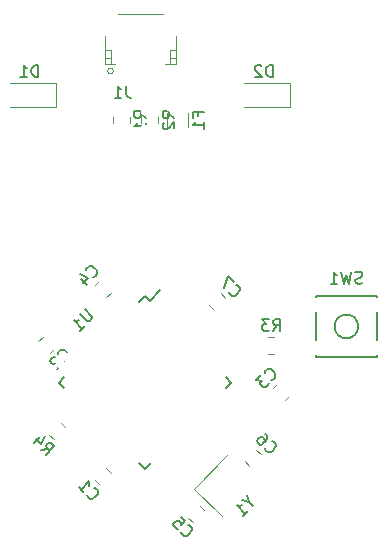
<source format=gbo>
G04 #@! TF.GenerationSoftware,KiCad,Pcbnew,(5.1.4)-1*
G04 #@! TF.CreationDate,2023-02-06T19:17:43+01:00*
G04 #@! TF.ProjectId,Keypad PCB,4b657970-6164-4205-9043-422e6b696361,rev?*
G04 #@! TF.SameCoordinates,Original*
G04 #@! TF.FileFunction,Legend,Bot*
G04 #@! TF.FilePolarity,Positive*
%FSLAX46Y46*%
G04 Gerber Fmt 4.6, Leading zero omitted, Abs format (unit mm)*
G04 Created by KiCad (PCBNEW (5.1.4)-1) date 2023-02-06 19:17:43*
%MOMM*%
%LPD*%
G04 APERTURE LIST*
%ADD10C,0.120000*%
%ADD11C,0.150000*%
%ADD12C,1.852000*%
%ADD13C,2.352000*%
%ADD14C,4.089800*%
%ADD15C,2.352000*%
%ADD16R,1.002000X1.302000*%
%ADD17C,0.652000*%
%ADD18C,0.100000*%
%ADD19R,1.302000X1.902000*%
%ADD20R,0.702000X1.652000*%
%ADD21C,1.302000*%
%ADD22R,1.902000X1.202000*%
%ADD23C,1.077000*%
%ADD24C,1.352000*%
G04 APERTURE END LIST*
D10*
X192750000Y-41068750D02*
X188850000Y-41068750D01*
X192750000Y-43068750D02*
X188850000Y-43068750D01*
X192750000Y-41068750D02*
X192750000Y-43068750D01*
X172906250Y-41068750D02*
X169006250Y-41068750D01*
X172906250Y-43068750D02*
X169006250Y-43068750D01*
X172906250Y-41068750D02*
X172906250Y-43068750D01*
D11*
X180850586Y-59500531D02*
X181752148Y-58598970D01*
X173125445Y-66412500D02*
X173602742Y-65935203D01*
X180444000Y-73731055D02*
X180921297Y-73253758D01*
X187762555Y-66412500D02*
X187285258Y-66889797D01*
X180444000Y-59093945D02*
X179966703Y-59571242D01*
X187762555Y-66412500D02*
X187285258Y-65935203D01*
X180444000Y-73731055D02*
X179966703Y-73253758D01*
X173125445Y-66412500D02*
X173602742Y-66889797D01*
X180444000Y-59093945D02*
X180850586Y-59500531D01*
D10*
X183031250Y-38250000D02*
X182531250Y-38250000D01*
X183031250Y-38250000D02*
X183031250Y-38250000D01*
X182531250Y-38250000D02*
X183031250Y-38250000D01*
X182531250Y-38250000D02*
X182531250Y-38250000D01*
X183031250Y-38950000D02*
X182531250Y-38950000D01*
X183031250Y-38950000D02*
X183031250Y-38950000D01*
X182531250Y-38950000D02*
X183031250Y-38950000D01*
X182531250Y-38950000D02*
X182531250Y-38950000D01*
X182531250Y-39450000D02*
X182531250Y-39450000D01*
X182531250Y-38250000D02*
X182531250Y-39450000D01*
X182531250Y-38250000D02*
X182531250Y-38250000D01*
X182531250Y-39450000D02*
X182531250Y-38250000D01*
X183031250Y-39450000D02*
X182131250Y-39450000D01*
X183031250Y-37100000D02*
X183031250Y-39450000D01*
X177031250Y-38250000D02*
X177531250Y-38250000D01*
X177031250Y-38250000D02*
X177031250Y-38250000D01*
X177531250Y-38250000D02*
X177031250Y-38250000D01*
X177531250Y-38250000D02*
X177531250Y-38250000D01*
X177031250Y-38950000D02*
X177531250Y-38950000D01*
X177031250Y-38950000D02*
X177031250Y-38950000D01*
X177531250Y-38950000D02*
X177031250Y-38950000D01*
X177531250Y-38950000D02*
X177531250Y-38950000D01*
X177531250Y-39450000D02*
X177531250Y-39450000D01*
X177531250Y-38250000D02*
X177531250Y-39450000D01*
X177531250Y-38250000D02*
X177531250Y-38250000D01*
X177531250Y-39450000D02*
X177531250Y-38250000D01*
X177031250Y-39450000D02*
X177931250Y-39450000D01*
X177031250Y-37100000D02*
X177031250Y-39450000D01*
X178131250Y-35200000D02*
X181931250Y-35200000D01*
X177781250Y-40025000D02*
G75*
G03X177781250Y-40025000I-250000J0D01*
G01*
X184594060Y-75391237D02*
X187422487Y-72562810D01*
X186927513Y-77724690D02*
X184594060Y-75391237D01*
D11*
X194893750Y-64250000D02*
X200093750Y-64250000D01*
X200093750Y-64250000D02*
X200093750Y-59050000D01*
X200093750Y-59050000D02*
X194893750Y-59050000D01*
X194893750Y-59050000D02*
X194893750Y-64250000D01*
X198493750Y-61650000D02*
G75*
G03X198493750Y-61650000I-1000000J0D01*
G01*
D10*
X173337541Y-69827199D02*
X173703225Y-70192883D01*
X172333449Y-70831291D02*
X172699133Y-71196975D01*
X191402328Y-63947500D02*
X190885172Y-63947500D01*
X191402328Y-62527500D02*
X190885172Y-62527500D01*
X180115000Y-44446078D02*
X180115000Y-43928922D01*
X181535000Y-44446078D02*
X181535000Y-43928922D01*
X177733750Y-44446078D02*
X177733750Y-43928922D01*
X179153750Y-44446078D02*
X179153750Y-43928922D01*
X182296250Y-44789564D02*
X182296250Y-43585436D01*
X184116250Y-44789564D02*
X184116250Y-43585436D01*
X186212046Y-60216138D02*
X185846362Y-59850454D01*
X187216138Y-59212046D02*
X186850454Y-58846362D01*
X189237046Y-73447388D02*
X188871362Y-73081704D01*
X190241138Y-72443296D02*
X189875454Y-72077612D01*
X185112954Y-76840112D02*
X185478638Y-77205796D01*
X184108862Y-77844204D02*
X184474546Y-78209888D01*
X177541138Y-58794204D02*
X177175454Y-59159888D01*
X176537046Y-57790112D02*
X176171362Y-58155796D01*
X192622388Y-67525454D02*
X192256704Y-67891138D01*
X191618296Y-66521362D02*
X191252612Y-66887046D01*
X171408862Y-62918296D02*
X171774546Y-62552612D01*
X172412954Y-63922388D02*
X172778638Y-63556704D01*
X177175454Y-73665112D02*
X177541138Y-74030796D01*
X176171362Y-74669204D02*
X176537046Y-75034888D01*
D11*
X191238095Y-40521130D02*
X191238095Y-39521130D01*
X191000000Y-39521130D01*
X190857142Y-39568750D01*
X190761904Y-39663988D01*
X190714285Y-39759226D01*
X190666666Y-39949702D01*
X190666666Y-40092559D01*
X190714285Y-40283035D01*
X190761904Y-40378273D01*
X190857142Y-40473511D01*
X191000000Y-40521130D01*
X191238095Y-40521130D01*
X190285714Y-39616369D02*
X190238095Y-39568750D01*
X190142857Y-39521130D01*
X189904761Y-39521130D01*
X189809523Y-39568750D01*
X189761904Y-39616369D01*
X189714285Y-39711607D01*
X189714285Y-39806845D01*
X189761904Y-39949702D01*
X190333333Y-40521130D01*
X189714285Y-40521130D01*
X171394345Y-40521130D02*
X171394345Y-39521130D01*
X171156250Y-39521130D01*
X171013392Y-39568750D01*
X170918154Y-39663988D01*
X170870535Y-39759226D01*
X170822916Y-39949702D01*
X170822916Y-40092559D01*
X170870535Y-40283035D01*
X170918154Y-40378273D01*
X171013392Y-40473511D01*
X171156250Y-40521130D01*
X171394345Y-40521130D01*
X169870535Y-40521130D02*
X170441964Y-40521130D01*
X170156250Y-40521130D02*
X170156250Y-39521130D01*
X170251488Y-39663988D01*
X170346726Y-39759226D01*
X170441964Y-39806845D01*
X175327576Y-60218580D02*
X175899996Y-60791000D01*
X175933668Y-60892015D01*
X175933668Y-60959359D01*
X175899996Y-61060374D01*
X175765309Y-61195061D01*
X175664294Y-61228733D01*
X175596950Y-61228733D01*
X175495935Y-61195061D01*
X174923515Y-60622641D01*
X174923515Y-62036855D02*
X175327576Y-61632794D01*
X175125546Y-61834824D02*
X174418439Y-61127718D01*
X174586798Y-61161389D01*
X174721485Y-61161389D01*
X174822500Y-61127718D01*
X178864583Y-41289880D02*
X178864583Y-42004166D01*
X178912202Y-42147023D01*
X179007440Y-42242261D01*
X179150297Y-42289880D01*
X179245535Y-42289880D01*
X177864583Y-42289880D02*
X178436011Y-42289880D01*
X178150297Y-42289880D02*
X178150297Y-41289880D01*
X178245535Y-41432738D01*
X178340773Y-41527976D01*
X178436011Y-41575595D01*
X189227293Y-76522608D02*
X189564011Y-76859326D01*
X189092606Y-75916517D02*
X189227293Y-76522608D01*
X188621202Y-76387921D01*
X188722217Y-77701119D02*
X189126278Y-77297058D01*
X188924247Y-77499089D02*
X188217141Y-76791982D01*
X188385499Y-76825654D01*
X188520186Y-76825654D01*
X188621202Y-76791982D01*
X198827083Y-57990761D02*
X198684226Y-58038380D01*
X198446130Y-58038380D01*
X198350892Y-57990761D01*
X198303273Y-57943142D01*
X198255654Y-57847904D01*
X198255654Y-57752666D01*
X198303273Y-57657428D01*
X198350892Y-57609809D01*
X198446130Y-57562190D01*
X198636607Y-57514571D01*
X198731845Y-57466952D01*
X198779464Y-57419333D01*
X198827083Y-57324095D01*
X198827083Y-57228857D01*
X198779464Y-57133619D01*
X198731845Y-57086000D01*
X198636607Y-57038380D01*
X198398511Y-57038380D01*
X198255654Y-57086000D01*
X197922321Y-57038380D02*
X197684226Y-58038380D01*
X197493750Y-57324095D01*
X197303273Y-58038380D01*
X197065178Y-57038380D01*
X196160416Y-58038380D02*
X196731845Y-58038380D01*
X196446130Y-58038380D02*
X196446130Y-57038380D01*
X196541369Y-57181238D01*
X196636607Y-57276476D01*
X196731845Y-57324095D01*
X171649580Y-72116545D02*
X172222000Y-72015530D01*
X172053641Y-72520606D02*
X172760748Y-71813500D01*
X172491374Y-71544125D01*
X172390359Y-71510454D01*
X172323015Y-71510454D01*
X172222000Y-71544125D01*
X172120985Y-71645141D01*
X172087313Y-71746156D01*
X172087313Y-71813500D01*
X172120985Y-71914515D01*
X172390359Y-72183889D01*
X171514893Y-71039049D02*
X171043488Y-71510454D01*
X171952626Y-70938034D02*
X171615908Y-71611469D01*
X171178175Y-71173736D01*
X191310416Y-62039880D02*
X191643750Y-61563690D01*
X191881845Y-62039880D02*
X191881845Y-61039880D01*
X191500892Y-61039880D01*
X191405654Y-61087500D01*
X191358035Y-61135119D01*
X191310416Y-61230357D01*
X191310416Y-61373214D01*
X191358035Y-61468452D01*
X191405654Y-61516071D01*
X191500892Y-61563690D01*
X191881845Y-61563690D01*
X190977083Y-61039880D02*
X190358035Y-61039880D01*
X190691369Y-61420833D01*
X190548511Y-61420833D01*
X190453273Y-61468452D01*
X190405654Y-61516071D01*
X190358035Y-61611309D01*
X190358035Y-61849404D01*
X190405654Y-61944642D01*
X190453273Y-61992261D01*
X190548511Y-62039880D01*
X190834226Y-62039880D01*
X190929464Y-61992261D01*
X190977083Y-61944642D01*
X182927380Y-44020833D02*
X182451190Y-43687500D01*
X182927380Y-43449404D02*
X181927380Y-43449404D01*
X181927380Y-43830357D01*
X181975000Y-43925595D01*
X182022619Y-43973214D01*
X182117857Y-44020833D01*
X182260714Y-44020833D01*
X182355952Y-43973214D01*
X182403571Y-43925595D01*
X182451190Y-43830357D01*
X182451190Y-43449404D01*
X182022619Y-44401785D02*
X181975000Y-44449404D01*
X181927380Y-44544642D01*
X181927380Y-44782738D01*
X181975000Y-44877976D01*
X182022619Y-44925595D01*
X182117857Y-44973214D01*
X182213095Y-44973214D01*
X182355952Y-44925595D01*
X182927380Y-44354166D01*
X182927380Y-44973214D01*
X180546130Y-44020833D02*
X180069940Y-43687500D01*
X180546130Y-43449404D02*
X179546130Y-43449404D01*
X179546130Y-43830357D01*
X179593750Y-43925595D01*
X179641369Y-43973214D01*
X179736607Y-44020833D01*
X179879464Y-44020833D01*
X179974702Y-43973214D01*
X180022321Y-43925595D01*
X180069940Y-43830357D01*
X180069940Y-43449404D01*
X180546130Y-44973214D02*
X180546130Y-44401785D01*
X180546130Y-44687500D02*
X179546130Y-44687500D01*
X179688988Y-44592261D01*
X179784226Y-44497023D01*
X179831845Y-44401785D01*
X184954821Y-43854166D02*
X184954821Y-43520833D01*
X185478630Y-43520833D02*
X184478630Y-43520833D01*
X184478630Y-43997023D01*
X185478630Y-44901785D02*
X185478630Y-44330357D01*
X185478630Y-44616071D02*
X184478630Y-44616071D01*
X184621488Y-44520833D01*
X184716726Y-44425595D01*
X184764345Y-44330357D01*
X187563288Y-58734913D02*
X187563288Y-58802256D01*
X187630632Y-58936943D01*
X187697976Y-59004287D01*
X187832663Y-59071630D01*
X187967350Y-59071630D01*
X188068365Y-59037959D01*
X188236724Y-58936943D01*
X188337739Y-58835928D01*
X188438754Y-58667569D01*
X188472426Y-58566554D01*
X188472426Y-58431867D01*
X188405082Y-58297180D01*
X188337739Y-58229836D01*
X188203052Y-58162493D01*
X188135708Y-58162493D01*
X187967350Y-57859447D02*
X187495945Y-57388043D01*
X187091884Y-58398195D01*
X190588288Y-71966163D02*
X190588288Y-72033506D01*
X190655632Y-72168193D01*
X190722976Y-72235537D01*
X190857663Y-72302880D01*
X190992350Y-72302880D01*
X191093365Y-72269209D01*
X191261724Y-72168193D01*
X191362739Y-72067178D01*
X191463754Y-71898819D01*
X191497426Y-71797804D01*
X191497426Y-71663117D01*
X191430082Y-71528430D01*
X191362739Y-71461086D01*
X191228052Y-71393743D01*
X191160708Y-71393743D01*
X190621960Y-70720308D02*
X190756647Y-70854995D01*
X190790319Y-70956010D01*
X190790319Y-71023354D01*
X190756647Y-71191712D01*
X190655632Y-71360071D01*
X190386258Y-71629445D01*
X190285243Y-71663117D01*
X190217899Y-71663117D01*
X190116884Y-71629445D01*
X189982197Y-71494758D01*
X189948525Y-71393743D01*
X189948525Y-71326399D01*
X189982197Y-71225384D01*
X190150556Y-71057025D01*
X190251571Y-71023354D01*
X190318914Y-71023354D01*
X190419930Y-71057025D01*
X190554617Y-71191712D01*
X190588288Y-71292728D01*
X190588288Y-71360071D01*
X190554617Y-71461086D01*
X183492336Y-79062115D02*
X183492336Y-79129458D01*
X183559680Y-79264145D01*
X183627024Y-79331489D01*
X183761711Y-79398832D01*
X183896398Y-79398832D01*
X183997413Y-79365161D01*
X184165772Y-79264145D01*
X184266787Y-79163130D01*
X184367802Y-78994771D01*
X184401474Y-78893756D01*
X184401474Y-78759069D01*
X184334130Y-78624382D01*
X184266787Y-78557038D01*
X184132100Y-78489695D01*
X184064756Y-78489695D01*
X183492336Y-77782588D02*
X183829054Y-78119306D01*
X183526008Y-78489695D01*
X183526008Y-78422351D01*
X183492336Y-78321336D01*
X183323978Y-78152977D01*
X183222962Y-78119306D01*
X183155619Y-78119306D01*
X183054604Y-78152977D01*
X182886245Y-78321336D01*
X182852573Y-78422351D01*
X182852573Y-78489695D01*
X182886245Y-78590710D01*
X183054604Y-78759069D01*
X183155619Y-78792741D01*
X183222962Y-78792741D01*
X176059913Y-57442961D02*
X176127256Y-57442961D01*
X176261943Y-57375617D01*
X176329287Y-57308274D01*
X176396630Y-57173586D01*
X176396630Y-57038899D01*
X176362959Y-56937884D01*
X176261943Y-56769525D01*
X176160928Y-56668510D01*
X175992569Y-56567495D01*
X175891554Y-56533823D01*
X175756867Y-56533823D01*
X175622180Y-56601167D01*
X175554836Y-56668510D01*
X175487493Y-56803197D01*
X175487493Y-56870541D01*
X175049760Y-57644991D02*
X175521165Y-58116396D01*
X174948745Y-57207258D02*
X175622180Y-57543976D01*
X175184447Y-57981709D01*
X191141163Y-66174211D02*
X191208506Y-66174211D01*
X191343193Y-66106867D01*
X191410537Y-66039524D01*
X191477880Y-65904836D01*
X191477880Y-65770149D01*
X191444209Y-65669134D01*
X191343193Y-65500775D01*
X191242178Y-65399760D01*
X191073819Y-65298745D01*
X190972804Y-65265073D01*
X190838117Y-65265073D01*
X190703430Y-65332417D01*
X190636086Y-65399760D01*
X190568743Y-65534447D01*
X190568743Y-65601791D01*
X190265697Y-65770149D02*
X189827964Y-66207882D01*
X190333041Y-66241554D01*
X190232025Y-66342569D01*
X190198354Y-66443585D01*
X190198354Y-66510928D01*
X190232025Y-66611943D01*
X190400384Y-66780302D01*
X190501399Y-66813974D01*
X190568743Y-66813974D01*
X190669758Y-66780302D01*
X190871789Y-66578272D01*
X190905461Y-66477256D01*
X190905461Y-66409913D01*
X173630865Y-64538913D02*
X173698208Y-64538913D01*
X173832895Y-64471569D01*
X173900239Y-64404226D01*
X173967582Y-64269538D01*
X173967582Y-64134851D01*
X173933911Y-64033836D01*
X173832895Y-63865477D01*
X173731880Y-63764462D01*
X173563521Y-63663447D01*
X173462506Y-63629775D01*
X173327819Y-63629775D01*
X173193132Y-63697119D01*
X173125788Y-63764462D01*
X173058445Y-63899149D01*
X173058445Y-63966493D01*
X172789071Y-64235867D02*
X172721727Y-64235867D01*
X172620712Y-64269538D01*
X172452353Y-64437897D01*
X172418682Y-64538913D01*
X172418682Y-64606256D01*
X172452353Y-64707271D01*
X172519697Y-64774615D01*
X172654384Y-64841958D01*
X173462506Y-64841958D01*
X173024773Y-65279691D01*
X175554836Y-75887115D02*
X175554836Y-75954458D01*
X175622180Y-76089145D01*
X175689524Y-76156489D01*
X175824211Y-76223832D01*
X175958898Y-76223832D01*
X176059913Y-76190161D01*
X176228272Y-76089145D01*
X176329287Y-75988130D01*
X176430302Y-75819771D01*
X176463974Y-75718756D01*
X176463974Y-75584069D01*
X176396630Y-75449382D01*
X176329287Y-75382038D01*
X176194600Y-75314695D01*
X176127256Y-75314695D01*
X174814058Y-75281023D02*
X175218119Y-75685084D01*
X175016088Y-75483054D02*
X175723195Y-74775947D01*
X175689524Y-74944306D01*
X175689524Y-75078993D01*
X175723195Y-75180008D01*
%LPC*%
D12*
X184920000Y-50000000D03*
X195080000Y-50000000D03*
D13*
X192500000Y-54000000D03*
D14*
X190000000Y-50000000D03*
D13*
X193154999Y-53270000D03*
D15*
X193810000Y-52540000D02*
X192499998Y-54000000D01*
D13*
X187460000Y-55080000D03*
X187480000Y-54790000D03*
D15*
X187500000Y-54500000D02*
X187460000Y-55080000D01*
D16*
X188850000Y-42068750D03*
X192150000Y-42068750D03*
X169006250Y-42068750D03*
X172306250Y-42068750D03*
D17*
X179241918Y-59553564D03*
D18*
G36*
X180038827Y-59889440D02*
G01*
X179577794Y-60350473D01*
X178445009Y-59217688D01*
X178906042Y-58756655D01*
X180038827Y-59889440D01*
X180038827Y-59889440D01*
G37*
D17*
X178676233Y-60119250D03*
D18*
G36*
X179473142Y-60455126D02*
G01*
X179012109Y-60916159D01*
X177879324Y-59783374D01*
X178340357Y-59322341D01*
X179473142Y-60455126D01*
X179473142Y-60455126D01*
G37*
D17*
X178110548Y-60684935D03*
D18*
G36*
X178907457Y-61020811D02*
G01*
X178446424Y-61481844D01*
X177313639Y-60349059D01*
X177774672Y-59888026D01*
X178907457Y-61020811D01*
X178907457Y-61020811D01*
G37*
D17*
X177544862Y-61250620D03*
D18*
G36*
X178341771Y-61586496D02*
G01*
X177880738Y-62047529D01*
X176747953Y-60914744D01*
X177208986Y-60453711D01*
X178341771Y-61586496D01*
X178341771Y-61586496D01*
G37*
D17*
X176979177Y-61816306D03*
D18*
G36*
X177776086Y-62152182D02*
G01*
X177315053Y-62613215D01*
X176182268Y-61480430D01*
X176643301Y-61019397D01*
X177776086Y-62152182D01*
X177776086Y-62152182D01*
G37*
D17*
X176413491Y-62381991D03*
D18*
G36*
X177210400Y-62717867D02*
G01*
X176749367Y-63178900D01*
X175616582Y-62046115D01*
X176077615Y-61585082D01*
X177210400Y-62717867D01*
X177210400Y-62717867D01*
G37*
D17*
X175847806Y-62947677D03*
D18*
G36*
X176644715Y-63283553D02*
G01*
X176183682Y-63744586D01*
X175050897Y-62611801D01*
X175511930Y-62150768D01*
X176644715Y-63283553D01*
X176644715Y-63283553D01*
G37*
D17*
X175282120Y-63513362D03*
D18*
G36*
X176079029Y-63849238D02*
G01*
X175617996Y-64310271D01*
X174485211Y-63177486D01*
X174946244Y-62716453D01*
X176079029Y-63849238D01*
X176079029Y-63849238D01*
G37*
D17*
X174716435Y-64079048D03*
D18*
G36*
X175513344Y-64414924D02*
G01*
X175052311Y-64875957D01*
X173919526Y-63743172D01*
X174380559Y-63282139D01*
X175513344Y-64414924D01*
X175513344Y-64414924D01*
G37*
D17*
X174150750Y-64644733D03*
D18*
G36*
X174947659Y-64980609D02*
G01*
X174486626Y-65441642D01*
X173353841Y-64308857D01*
X173814874Y-63847824D01*
X174947659Y-64980609D01*
X174947659Y-64980609D01*
G37*
D17*
X173585064Y-65210418D03*
D18*
G36*
X174381973Y-65546294D02*
G01*
X173920940Y-66007327D01*
X172788155Y-64874542D01*
X173249188Y-64413509D01*
X174381973Y-65546294D01*
X174381973Y-65546294D01*
G37*
D17*
X173585064Y-67614582D03*
D18*
G36*
X173920940Y-66817673D02*
G01*
X174381973Y-67278706D01*
X173249188Y-68411491D01*
X172788155Y-67950458D01*
X173920940Y-66817673D01*
X173920940Y-66817673D01*
G37*
D17*
X174150750Y-68180267D03*
D18*
G36*
X174486626Y-67383358D02*
G01*
X174947659Y-67844391D01*
X173814874Y-68977176D01*
X173353841Y-68516143D01*
X174486626Y-67383358D01*
X174486626Y-67383358D01*
G37*
D17*
X174716435Y-68745952D03*
D18*
G36*
X175052311Y-67949043D02*
G01*
X175513344Y-68410076D01*
X174380559Y-69542861D01*
X173919526Y-69081828D01*
X175052311Y-67949043D01*
X175052311Y-67949043D01*
G37*
D17*
X175282120Y-69311638D03*
D18*
G36*
X175617996Y-68514729D02*
G01*
X176079029Y-68975762D01*
X174946244Y-70108547D01*
X174485211Y-69647514D01*
X175617996Y-68514729D01*
X175617996Y-68514729D01*
G37*
D17*
X175847806Y-69877323D03*
D18*
G36*
X176183682Y-69080414D02*
G01*
X176644715Y-69541447D01*
X175511930Y-70674232D01*
X175050897Y-70213199D01*
X176183682Y-69080414D01*
X176183682Y-69080414D01*
G37*
D17*
X176413491Y-70443009D03*
D18*
G36*
X176749367Y-69646100D02*
G01*
X177210400Y-70107133D01*
X176077615Y-71239918D01*
X175616582Y-70778885D01*
X176749367Y-69646100D01*
X176749367Y-69646100D01*
G37*
D17*
X176979177Y-71008694D03*
D18*
G36*
X177315053Y-70211785D02*
G01*
X177776086Y-70672818D01*
X176643301Y-71805603D01*
X176182268Y-71344570D01*
X177315053Y-70211785D01*
X177315053Y-70211785D01*
G37*
D17*
X177544862Y-71574380D03*
D18*
G36*
X177880738Y-70777471D02*
G01*
X178341771Y-71238504D01*
X177208986Y-72371289D01*
X176747953Y-71910256D01*
X177880738Y-70777471D01*
X177880738Y-70777471D01*
G37*
D17*
X178110548Y-72140065D03*
D18*
G36*
X178446424Y-71343156D02*
G01*
X178907457Y-71804189D01*
X177774672Y-72936974D01*
X177313639Y-72475941D01*
X178446424Y-71343156D01*
X178446424Y-71343156D01*
G37*
D17*
X178676233Y-72705750D03*
D18*
G36*
X179012109Y-71908841D02*
G01*
X179473142Y-72369874D01*
X178340357Y-73502659D01*
X177879324Y-73041626D01*
X179012109Y-71908841D01*
X179012109Y-71908841D01*
G37*
D17*
X179241918Y-73271436D03*
D18*
G36*
X179577794Y-72474527D02*
G01*
X180038827Y-72935560D01*
X178906042Y-74068345D01*
X178445009Y-73607312D01*
X179577794Y-72474527D01*
X179577794Y-72474527D01*
G37*
D17*
X181646082Y-73271436D03*
D18*
G36*
X182442991Y-73607312D02*
G01*
X181981958Y-74068345D01*
X180849173Y-72935560D01*
X181310206Y-72474527D01*
X182442991Y-73607312D01*
X182442991Y-73607312D01*
G37*
D17*
X182211767Y-72705750D03*
D18*
G36*
X183008676Y-73041626D02*
G01*
X182547643Y-73502659D01*
X181414858Y-72369874D01*
X181875891Y-71908841D01*
X183008676Y-73041626D01*
X183008676Y-73041626D01*
G37*
D17*
X182777452Y-72140065D03*
D18*
G36*
X183574361Y-72475941D02*
G01*
X183113328Y-72936974D01*
X181980543Y-71804189D01*
X182441576Y-71343156D01*
X183574361Y-72475941D01*
X183574361Y-72475941D01*
G37*
D17*
X183343138Y-71574380D03*
D18*
G36*
X184140047Y-71910256D02*
G01*
X183679014Y-72371289D01*
X182546229Y-71238504D01*
X183007262Y-70777471D01*
X184140047Y-71910256D01*
X184140047Y-71910256D01*
G37*
D17*
X183908823Y-71008694D03*
D18*
G36*
X184705732Y-71344570D02*
G01*
X184244699Y-71805603D01*
X183111914Y-70672818D01*
X183572947Y-70211785D01*
X184705732Y-71344570D01*
X184705732Y-71344570D01*
G37*
D17*
X184474509Y-70443009D03*
D18*
G36*
X185271418Y-70778885D02*
G01*
X184810385Y-71239918D01*
X183677600Y-70107133D01*
X184138633Y-69646100D01*
X185271418Y-70778885D01*
X185271418Y-70778885D01*
G37*
D17*
X185040194Y-69877323D03*
D18*
G36*
X185837103Y-70213199D02*
G01*
X185376070Y-70674232D01*
X184243285Y-69541447D01*
X184704318Y-69080414D01*
X185837103Y-70213199D01*
X185837103Y-70213199D01*
G37*
D17*
X185605880Y-69311638D03*
D18*
G36*
X186402789Y-69647514D02*
G01*
X185941756Y-70108547D01*
X184808971Y-68975762D01*
X185270004Y-68514729D01*
X186402789Y-69647514D01*
X186402789Y-69647514D01*
G37*
D17*
X186171565Y-68745952D03*
D18*
G36*
X186968474Y-69081828D02*
G01*
X186507441Y-69542861D01*
X185374656Y-68410076D01*
X185835689Y-67949043D01*
X186968474Y-69081828D01*
X186968474Y-69081828D01*
G37*
D17*
X186737250Y-68180267D03*
D18*
G36*
X187534159Y-68516143D02*
G01*
X187073126Y-68977176D01*
X185940341Y-67844391D01*
X186401374Y-67383358D01*
X187534159Y-68516143D01*
X187534159Y-68516143D01*
G37*
D17*
X187302936Y-67614582D03*
D18*
G36*
X188099845Y-67950458D02*
G01*
X187638812Y-68411491D01*
X186506027Y-67278706D01*
X186967060Y-66817673D01*
X188099845Y-67950458D01*
X188099845Y-67950458D01*
G37*
D17*
X187302936Y-65210418D03*
D18*
G36*
X187638812Y-64413509D02*
G01*
X188099845Y-64874542D01*
X186967060Y-66007327D01*
X186506027Y-65546294D01*
X187638812Y-64413509D01*
X187638812Y-64413509D01*
G37*
D17*
X186737250Y-64644733D03*
D18*
G36*
X187073126Y-63847824D02*
G01*
X187534159Y-64308857D01*
X186401374Y-65441642D01*
X185940341Y-64980609D01*
X187073126Y-63847824D01*
X187073126Y-63847824D01*
G37*
D17*
X186171565Y-64079048D03*
D18*
G36*
X186507441Y-63282139D02*
G01*
X186968474Y-63743172D01*
X185835689Y-64875957D01*
X185374656Y-64414924D01*
X186507441Y-63282139D01*
X186507441Y-63282139D01*
G37*
D17*
X185605880Y-63513362D03*
D18*
G36*
X185941756Y-62716453D02*
G01*
X186402789Y-63177486D01*
X185270004Y-64310271D01*
X184808971Y-63849238D01*
X185941756Y-62716453D01*
X185941756Y-62716453D01*
G37*
D17*
X185040194Y-62947677D03*
D18*
G36*
X185376070Y-62150768D02*
G01*
X185837103Y-62611801D01*
X184704318Y-63744586D01*
X184243285Y-63283553D01*
X185376070Y-62150768D01*
X185376070Y-62150768D01*
G37*
D17*
X184474509Y-62381991D03*
D18*
G36*
X184810385Y-61585082D02*
G01*
X185271418Y-62046115D01*
X184138633Y-63178900D01*
X183677600Y-62717867D01*
X184810385Y-61585082D01*
X184810385Y-61585082D01*
G37*
D17*
X183908823Y-61816306D03*
D18*
G36*
X184244699Y-61019397D02*
G01*
X184705732Y-61480430D01*
X183572947Y-62613215D01*
X183111914Y-62152182D01*
X184244699Y-61019397D01*
X184244699Y-61019397D01*
G37*
D17*
X183343138Y-61250620D03*
D18*
G36*
X183679014Y-60453711D02*
G01*
X184140047Y-60914744D01*
X183007262Y-62047529D01*
X182546229Y-61586496D01*
X183679014Y-60453711D01*
X183679014Y-60453711D01*
G37*
D17*
X182777452Y-60684935D03*
D18*
G36*
X183113328Y-59888026D02*
G01*
X183574361Y-60349059D01*
X182441576Y-61481844D01*
X181980543Y-61020811D01*
X183113328Y-59888026D01*
X183113328Y-59888026D01*
G37*
D17*
X182211767Y-60119250D03*
D18*
G36*
X182547643Y-59322341D02*
G01*
X183008676Y-59783374D01*
X181875891Y-60916159D01*
X181414858Y-60455126D01*
X182547643Y-59322341D01*
X182547643Y-59322341D01*
G37*
D17*
X181646082Y-59553564D03*
D18*
G36*
X181981958Y-58756655D02*
G01*
X182442991Y-59217688D01*
X181310206Y-60350473D01*
X180849173Y-59889440D01*
X181981958Y-58756655D01*
X181981958Y-58756655D01*
G37*
D19*
X182831250Y-35900000D03*
X177231250Y-35900000D03*
D20*
X181531250Y-39775000D03*
X180531250Y-39775000D03*
X179531250Y-39775000D03*
X178531250Y-39775000D03*
D21*
X186998223Y-76522608D03*
D18*
G36*
X186927512Y-77513972D02*
G01*
X186006859Y-76593319D01*
X187068934Y-75531244D01*
X187989587Y-76451897D01*
X186927512Y-77513972D01*
X186927512Y-77513972D01*
G37*
D21*
X188553858Y-74966973D03*
D18*
G36*
X188483147Y-75958337D02*
G01*
X187562494Y-75037684D01*
X188624569Y-73975609D01*
X189545222Y-74896262D01*
X188483147Y-75958337D01*
X188483147Y-75958337D01*
G37*
D21*
X187351777Y-73764892D03*
D18*
G36*
X187281066Y-74756256D02*
G01*
X186360413Y-73835603D01*
X187422488Y-72773528D01*
X188343141Y-73694181D01*
X187281066Y-74756256D01*
X187281066Y-74756256D01*
G37*
D21*
X185796142Y-75320527D03*
D18*
G36*
X185725431Y-76311891D02*
G01*
X184804778Y-75391238D01*
X185866853Y-74329163D01*
X186787506Y-75249816D01*
X185725431Y-76311891D01*
X185725431Y-76311891D01*
G37*
D22*
X194393750Y-59800000D03*
X200593750Y-63500000D03*
X194393750Y-63500000D03*
X200593750Y-59800000D03*
D18*
G36*
X173857901Y-70376010D02*
G01*
X173884038Y-70379887D01*
X173909669Y-70386307D01*
X173934548Y-70395208D01*
X173958434Y-70406506D01*
X173981097Y-70420090D01*
X174002320Y-70435830D01*
X174021899Y-70453574D01*
X174402676Y-70834351D01*
X174420420Y-70853930D01*
X174436160Y-70875153D01*
X174449744Y-70897816D01*
X174461042Y-70921702D01*
X174469943Y-70946581D01*
X174476363Y-70972212D01*
X174480240Y-70998349D01*
X174481537Y-71024740D01*
X174480240Y-71051131D01*
X174476363Y-71077268D01*
X174469943Y-71102899D01*
X174461042Y-71127778D01*
X174449744Y-71151664D01*
X174436160Y-71174327D01*
X174420420Y-71195550D01*
X174402676Y-71215129D01*
X173721379Y-71896426D01*
X173701800Y-71914170D01*
X173680577Y-71929910D01*
X173657914Y-71943494D01*
X173634028Y-71954792D01*
X173609149Y-71963693D01*
X173583518Y-71970113D01*
X173557381Y-71973990D01*
X173530990Y-71975287D01*
X173504599Y-71973990D01*
X173478462Y-71970113D01*
X173452831Y-71963693D01*
X173427952Y-71954792D01*
X173404066Y-71943494D01*
X173381403Y-71929910D01*
X173360180Y-71914170D01*
X173340601Y-71896426D01*
X172959824Y-71515649D01*
X172942080Y-71496070D01*
X172926340Y-71474847D01*
X172912756Y-71452184D01*
X172901458Y-71428298D01*
X172892557Y-71403419D01*
X172886137Y-71377788D01*
X172882260Y-71351651D01*
X172880963Y-71325260D01*
X172882260Y-71298869D01*
X172886137Y-71272732D01*
X172892557Y-71247101D01*
X172901458Y-71222222D01*
X172912756Y-71198336D01*
X172926340Y-71175673D01*
X172942080Y-71154450D01*
X172959824Y-71134871D01*
X173641121Y-70453574D01*
X173660700Y-70435830D01*
X173681923Y-70420090D01*
X173704586Y-70406506D01*
X173728472Y-70395208D01*
X173753351Y-70386307D01*
X173778982Y-70379887D01*
X173805119Y-70376010D01*
X173831510Y-70374713D01*
X173857901Y-70376010D01*
X173857901Y-70376010D01*
G37*
D23*
X173681250Y-71175000D03*
D18*
G36*
X172532075Y-69050184D02*
G01*
X172558212Y-69054061D01*
X172583843Y-69060481D01*
X172608722Y-69069382D01*
X172632608Y-69080680D01*
X172655271Y-69094264D01*
X172676494Y-69110004D01*
X172696073Y-69127748D01*
X173076850Y-69508525D01*
X173094594Y-69528104D01*
X173110334Y-69549327D01*
X173123918Y-69571990D01*
X173135216Y-69595876D01*
X173144117Y-69620755D01*
X173150537Y-69646386D01*
X173154414Y-69672523D01*
X173155711Y-69698914D01*
X173154414Y-69725305D01*
X173150537Y-69751442D01*
X173144117Y-69777073D01*
X173135216Y-69801952D01*
X173123918Y-69825838D01*
X173110334Y-69848501D01*
X173094594Y-69869724D01*
X173076850Y-69889303D01*
X172395553Y-70570600D01*
X172375974Y-70588344D01*
X172354751Y-70604084D01*
X172332088Y-70617668D01*
X172308202Y-70628966D01*
X172283323Y-70637867D01*
X172257692Y-70644287D01*
X172231555Y-70648164D01*
X172205164Y-70649461D01*
X172178773Y-70648164D01*
X172152636Y-70644287D01*
X172127005Y-70637867D01*
X172102126Y-70628966D01*
X172078240Y-70617668D01*
X172055577Y-70604084D01*
X172034354Y-70588344D01*
X172014775Y-70570600D01*
X171633998Y-70189823D01*
X171616254Y-70170244D01*
X171600514Y-70149021D01*
X171586930Y-70126358D01*
X171575632Y-70102472D01*
X171566731Y-70077593D01*
X171560311Y-70051962D01*
X171556434Y-70025825D01*
X171555137Y-69999434D01*
X171556434Y-69973043D01*
X171560311Y-69946906D01*
X171566731Y-69921275D01*
X171575632Y-69896396D01*
X171586930Y-69872510D01*
X171600514Y-69849847D01*
X171616254Y-69828624D01*
X171633998Y-69809045D01*
X172315295Y-69127748D01*
X172334874Y-69110004D01*
X172356097Y-69094264D01*
X172378760Y-69080680D01*
X172402646Y-69069382D01*
X172427525Y-69060481D01*
X172453156Y-69054061D01*
X172479293Y-69050184D01*
X172505684Y-69048887D01*
X172532075Y-69050184D01*
X172532075Y-69050184D01*
G37*
D23*
X172355424Y-69849174D03*
D18*
G36*
X190501891Y-62487797D02*
G01*
X190528028Y-62491674D01*
X190553659Y-62498094D01*
X190578538Y-62506995D01*
X190602424Y-62518293D01*
X190625087Y-62531877D01*
X190646310Y-62547617D01*
X190665889Y-62565361D01*
X190683633Y-62584940D01*
X190699373Y-62606163D01*
X190712957Y-62628826D01*
X190724255Y-62652712D01*
X190733156Y-62677591D01*
X190739576Y-62703222D01*
X190743453Y-62729359D01*
X190744750Y-62755750D01*
X190744750Y-63719250D01*
X190743453Y-63745641D01*
X190739576Y-63771778D01*
X190733156Y-63797409D01*
X190724255Y-63822288D01*
X190712957Y-63846174D01*
X190699373Y-63868837D01*
X190683633Y-63890060D01*
X190665889Y-63909639D01*
X190646310Y-63927383D01*
X190625087Y-63943123D01*
X190602424Y-63956707D01*
X190578538Y-63968005D01*
X190553659Y-63976906D01*
X190528028Y-63983326D01*
X190501891Y-63987203D01*
X190475500Y-63988500D01*
X189937000Y-63988500D01*
X189910609Y-63987203D01*
X189884472Y-63983326D01*
X189858841Y-63976906D01*
X189833962Y-63968005D01*
X189810076Y-63956707D01*
X189787413Y-63943123D01*
X189766190Y-63927383D01*
X189746611Y-63909639D01*
X189728867Y-63890060D01*
X189713127Y-63868837D01*
X189699543Y-63846174D01*
X189688245Y-63822288D01*
X189679344Y-63797409D01*
X189672924Y-63771778D01*
X189669047Y-63745641D01*
X189667750Y-63719250D01*
X189667750Y-62755750D01*
X189669047Y-62729359D01*
X189672924Y-62703222D01*
X189679344Y-62677591D01*
X189688245Y-62652712D01*
X189699543Y-62628826D01*
X189713127Y-62606163D01*
X189728867Y-62584940D01*
X189746611Y-62565361D01*
X189766190Y-62547617D01*
X189787413Y-62531877D01*
X189810076Y-62518293D01*
X189833962Y-62506995D01*
X189858841Y-62498094D01*
X189884472Y-62491674D01*
X189910609Y-62487797D01*
X189937000Y-62486500D01*
X190475500Y-62486500D01*
X190501891Y-62487797D01*
X190501891Y-62487797D01*
G37*
D23*
X190206250Y-63237500D03*
D18*
G36*
X192376891Y-62487797D02*
G01*
X192403028Y-62491674D01*
X192428659Y-62498094D01*
X192453538Y-62506995D01*
X192477424Y-62518293D01*
X192500087Y-62531877D01*
X192521310Y-62547617D01*
X192540889Y-62565361D01*
X192558633Y-62584940D01*
X192574373Y-62606163D01*
X192587957Y-62628826D01*
X192599255Y-62652712D01*
X192608156Y-62677591D01*
X192614576Y-62703222D01*
X192618453Y-62729359D01*
X192619750Y-62755750D01*
X192619750Y-63719250D01*
X192618453Y-63745641D01*
X192614576Y-63771778D01*
X192608156Y-63797409D01*
X192599255Y-63822288D01*
X192587957Y-63846174D01*
X192574373Y-63868837D01*
X192558633Y-63890060D01*
X192540889Y-63909639D01*
X192521310Y-63927383D01*
X192500087Y-63943123D01*
X192477424Y-63956707D01*
X192453538Y-63968005D01*
X192428659Y-63976906D01*
X192403028Y-63983326D01*
X192376891Y-63987203D01*
X192350500Y-63988500D01*
X191812000Y-63988500D01*
X191785609Y-63987203D01*
X191759472Y-63983326D01*
X191733841Y-63976906D01*
X191708962Y-63968005D01*
X191685076Y-63956707D01*
X191662413Y-63943123D01*
X191641190Y-63927383D01*
X191621611Y-63909639D01*
X191603867Y-63890060D01*
X191588127Y-63868837D01*
X191574543Y-63846174D01*
X191563245Y-63822288D01*
X191554344Y-63797409D01*
X191547924Y-63771778D01*
X191544047Y-63745641D01*
X191542750Y-63719250D01*
X191542750Y-62755750D01*
X191544047Y-62729359D01*
X191547924Y-62703222D01*
X191554344Y-62677591D01*
X191563245Y-62652712D01*
X191574543Y-62628826D01*
X191588127Y-62606163D01*
X191603867Y-62584940D01*
X191621611Y-62565361D01*
X191641190Y-62547617D01*
X191662413Y-62531877D01*
X191685076Y-62518293D01*
X191708962Y-62506995D01*
X191733841Y-62498094D01*
X191759472Y-62491674D01*
X191785609Y-62487797D01*
X191812000Y-62486500D01*
X192350500Y-62486500D01*
X192376891Y-62487797D01*
X192376891Y-62487797D01*
G37*
D23*
X192081250Y-63237500D03*
D18*
G36*
X181333141Y-42712797D02*
G01*
X181359278Y-42716674D01*
X181384909Y-42723094D01*
X181409788Y-42731995D01*
X181433674Y-42743293D01*
X181456337Y-42756877D01*
X181477560Y-42772617D01*
X181497139Y-42790361D01*
X181514883Y-42809940D01*
X181530623Y-42831163D01*
X181544207Y-42853826D01*
X181555505Y-42877712D01*
X181564406Y-42902591D01*
X181570826Y-42928222D01*
X181574703Y-42954359D01*
X181576000Y-42980750D01*
X181576000Y-43519250D01*
X181574703Y-43545641D01*
X181570826Y-43571778D01*
X181564406Y-43597409D01*
X181555505Y-43622288D01*
X181544207Y-43646174D01*
X181530623Y-43668837D01*
X181514883Y-43690060D01*
X181497139Y-43709639D01*
X181477560Y-43727383D01*
X181456337Y-43743123D01*
X181433674Y-43756707D01*
X181409788Y-43768005D01*
X181384909Y-43776906D01*
X181359278Y-43783326D01*
X181333141Y-43787203D01*
X181306750Y-43788500D01*
X180343250Y-43788500D01*
X180316859Y-43787203D01*
X180290722Y-43783326D01*
X180265091Y-43776906D01*
X180240212Y-43768005D01*
X180216326Y-43756707D01*
X180193663Y-43743123D01*
X180172440Y-43727383D01*
X180152861Y-43709639D01*
X180135117Y-43690060D01*
X180119377Y-43668837D01*
X180105793Y-43646174D01*
X180094495Y-43622288D01*
X180085594Y-43597409D01*
X180079174Y-43571778D01*
X180075297Y-43545641D01*
X180074000Y-43519250D01*
X180074000Y-42980750D01*
X180075297Y-42954359D01*
X180079174Y-42928222D01*
X180085594Y-42902591D01*
X180094495Y-42877712D01*
X180105793Y-42853826D01*
X180119377Y-42831163D01*
X180135117Y-42809940D01*
X180152861Y-42790361D01*
X180172440Y-42772617D01*
X180193663Y-42756877D01*
X180216326Y-42743293D01*
X180240212Y-42731995D01*
X180265091Y-42723094D01*
X180290722Y-42716674D01*
X180316859Y-42712797D01*
X180343250Y-42711500D01*
X181306750Y-42711500D01*
X181333141Y-42712797D01*
X181333141Y-42712797D01*
G37*
D23*
X180825000Y-43250000D03*
D18*
G36*
X181333141Y-44587797D02*
G01*
X181359278Y-44591674D01*
X181384909Y-44598094D01*
X181409788Y-44606995D01*
X181433674Y-44618293D01*
X181456337Y-44631877D01*
X181477560Y-44647617D01*
X181497139Y-44665361D01*
X181514883Y-44684940D01*
X181530623Y-44706163D01*
X181544207Y-44728826D01*
X181555505Y-44752712D01*
X181564406Y-44777591D01*
X181570826Y-44803222D01*
X181574703Y-44829359D01*
X181576000Y-44855750D01*
X181576000Y-45394250D01*
X181574703Y-45420641D01*
X181570826Y-45446778D01*
X181564406Y-45472409D01*
X181555505Y-45497288D01*
X181544207Y-45521174D01*
X181530623Y-45543837D01*
X181514883Y-45565060D01*
X181497139Y-45584639D01*
X181477560Y-45602383D01*
X181456337Y-45618123D01*
X181433674Y-45631707D01*
X181409788Y-45643005D01*
X181384909Y-45651906D01*
X181359278Y-45658326D01*
X181333141Y-45662203D01*
X181306750Y-45663500D01*
X180343250Y-45663500D01*
X180316859Y-45662203D01*
X180290722Y-45658326D01*
X180265091Y-45651906D01*
X180240212Y-45643005D01*
X180216326Y-45631707D01*
X180193663Y-45618123D01*
X180172440Y-45602383D01*
X180152861Y-45584639D01*
X180135117Y-45565060D01*
X180119377Y-45543837D01*
X180105793Y-45521174D01*
X180094495Y-45497288D01*
X180085594Y-45472409D01*
X180079174Y-45446778D01*
X180075297Y-45420641D01*
X180074000Y-45394250D01*
X180074000Y-44855750D01*
X180075297Y-44829359D01*
X180079174Y-44803222D01*
X180085594Y-44777591D01*
X180094495Y-44752712D01*
X180105793Y-44728826D01*
X180119377Y-44706163D01*
X180135117Y-44684940D01*
X180152861Y-44665361D01*
X180172440Y-44647617D01*
X180193663Y-44631877D01*
X180216326Y-44618293D01*
X180240212Y-44606995D01*
X180265091Y-44598094D01*
X180290722Y-44591674D01*
X180316859Y-44587797D01*
X180343250Y-44586500D01*
X181306750Y-44586500D01*
X181333141Y-44587797D01*
X181333141Y-44587797D01*
G37*
D23*
X180825000Y-45125000D03*
D18*
G36*
X178951891Y-42712797D02*
G01*
X178978028Y-42716674D01*
X179003659Y-42723094D01*
X179028538Y-42731995D01*
X179052424Y-42743293D01*
X179075087Y-42756877D01*
X179096310Y-42772617D01*
X179115889Y-42790361D01*
X179133633Y-42809940D01*
X179149373Y-42831163D01*
X179162957Y-42853826D01*
X179174255Y-42877712D01*
X179183156Y-42902591D01*
X179189576Y-42928222D01*
X179193453Y-42954359D01*
X179194750Y-42980750D01*
X179194750Y-43519250D01*
X179193453Y-43545641D01*
X179189576Y-43571778D01*
X179183156Y-43597409D01*
X179174255Y-43622288D01*
X179162957Y-43646174D01*
X179149373Y-43668837D01*
X179133633Y-43690060D01*
X179115889Y-43709639D01*
X179096310Y-43727383D01*
X179075087Y-43743123D01*
X179052424Y-43756707D01*
X179028538Y-43768005D01*
X179003659Y-43776906D01*
X178978028Y-43783326D01*
X178951891Y-43787203D01*
X178925500Y-43788500D01*
X177962000Y-43788500D01*
X177935609Y-43787203D01*
X177909472Y-43783326D01*
X177883841Y-43776906D01*
X177858962Y-43768005D01*
X177835076Y-43756707D01*
X177812413Y-43743123D01*
X177791190Y-43727383D01*
X177771611Y-43709639D01*
X177753867Y-43690060D01*
X177738127Y-43668837D01*
X177724543Y-43646174D01*
X177713245Y-43622288D01*
X177704344Y-43597409D01*
X177697924Y-43571778D01*
X177694047Y-43545641D01*
X177692750Y-43519250D01*
X177692750Y-42980750D01*
X177694047Y-42954359D01*
X177697924Y-42928222D01*
X177704344Y-42902591D01*
X177713245Y-42877712D01*
X177724543Y-42853826D01*
X177738127Y-42831163D01*
X177753867Y-42809940D01*
X177771611Y-42790361D01*
X177791190Y-42772617D01*
X177812413Y-42756877D01*
X177835076Y-42743293D01*
X177858962Y-42731995D01*
X177883841Y-42723094D01*
X177909472Y-42716674D01*
X177935609Y-42712797D01*
X177962000Y-42711500D01*
X178925500Y-42711500D01*
X178951891Y-42712797D01*
X178951891Y-42712797D01*
G37*
D23*
X178443750Y-43250000D03*
D18*
G36*
X178951891Y-44587797D02*
G01*
X178978028Y-44591674D01*
X179003659Y-44598094D01*
X179028538Y-44606995D01*
X179052424Y-44618293D01*
X179075087Y-44631877D01*
X179096310Y-44647617D01*
X179115889Y-44665361D01*
X179133633Y-44684940D01*
X179149373Y-44706163D01*
X179162957Y-44728826D01*
X179174255Y-44752712D01*
X179183156Y-44777591D01*
X179189576Y-44803222D01*
X179193453Y-44829359D01*
X179194750Y-44855750D01*
X179194750Y-45394250D01*
X179193453Y-45420641D01*
X179189576Y-45446778D01*
X179183156Y-45472409D01*
X179174255Y-45497288D01*
X179162957Y-45521174D01*
X179149373Y-45543837D01*
X179133633Y-45565060D01*
X179115889Y-45584639D01*
X179096310Y-45602383D01*
X179075087Y-45618123D01*
X179052424Y-45631707D01*
X179028538Y-45643005D01*
X179003659Y-45651906D01*
X178978028Y-45658326D01*
X178951891Y-45662203D01*
X178925500Y-45663500D01*
X177962000Y-45663500D01*
X177935609Y-45662203D01*
X177909472Y-45658326D01*
X177883841Y-45651906D01*
X177858962Y-45643005D01*
X177835076Y-45631707D01*
X177812413Y-45618123D01*
X177791190Y-45602383D01*
X177771611Y-45584639D01*
X177753867Y-45565060D01*
X177738127Y-45543837D01*
X177724543Y-45521174D01*
X177713245Y-45497288D01*
X177704344Y-45472409D01*
X177697924Y-45446778D01*
X177694047Y-45420641D01*
X177692750Y-45394250D01*
X177692750Y-44855750D01*
X177694047Y-44829359D01*
X177697924Y-44803222D01*
X177704344Y-44777591D01*
X177713245Y-44752712D01*
X177724543Y-44728826D01*
X177738127Y-44706163D01*
X177753867Y-44684940D01*
X177771611Y-44665361D01*
X177791190Y-44647617D01*
X177812413Y-44631877D01*
X177835076Y-44618293D01*
X177858962Y-44606995D01*
X177883841Y-44598094D01*
X177909472Y-44591674D01*
X177935609Y-44587797D01*
X177962000Y-44586500D01*
X178925500Y-44586500D01*
X178951891Y-44587797D01*
X178951891Y-44587797D01*
G37*
D23*
X178443750Y-45125000D03*
D12*
X164920000Y-50000000D03*
X175080000Y-50000000D03*
D13*
X172500000Y-54000000D03*
D14*
X170000000Y-50000000D03*
D13*
X173154999Y-53270000D03*
D15*
X173810000Y-52540000D02*
X172499998Y-54000000D01*
D13*
X167460000Y-55080000D03*
X167480000Y-54790000D03*
D15*
X167500000Y-54500000D02*
X167460000Y-55080000D01*
D18*
G36*
X183888354Y-42112802D02*
G01*
X183914602Y-42116696D01*
X183940343Y-42123143D01*
X183965328Y-42132083D01*
X183989316Y-42143428D01*
X184012076Y-42157071D01*
X184033390Y-42172878D01*
X184053052Y-42190698D01*
X184070872Y-42210360D01*
X184086679Y-42231674D01*
X184100322Y-42254434D01*
X184111667Y-42278422D01*
X184120607Y-42303407D01*
X184127054Y-42329148D01*
X184130948Y-42355396D01*
X184132250Y-42381900D01*
X184132250Y-43193100D01*
X184130948Y-43219604D01*
X184127054Y-43245852D01*
X184120607Y-43271593D01*
X184111667Y-43296578D01*
X184100322Y-43320566D01*
X184086679Y-43343326D01*
X184070872Y-43364640D01*
X184053052Y-43384302D01*
X184033390Y-43402122D01*
X184012076Y-43417929D01*
X183989316Y-43431572D01*
X183965328Y-43442917D01*
X183940343Y-43451857D01*
X183914602Y-43458304D01*
X183888354Y-43462198D01*
X183861850Y-43463500D01*
X182550650Y-43463500D01*
X182524146Y-43462198D01*
X182497898Y-43458304D01*
X182472157Y-43451857D01*
X182447172Y-43442917D01*
X182423184Y-43431572D01*
X182400424Y-43417929D01*
X182379110Y-43402122D01*
X182359448Y-43384302D01*
X182341628Y-43364640D01*
X182325821Y-43343326D01*
X182312178Y-43320566D01*
X182300833Y-43296578D01*
X182291893Y-43271593D01*
X182285446Y-43245852D01*
X182281552Y-43219604D01*
X182280250Y-43193100D01*
X182280250Y-42381900D01*
X182281552Y-42355396D01*
X182285446Y-42329148D01*
X182291893Y-42303407D01*
X182300833Y-42278422D01*
X182312178Y-42254434D01*
X182325821Y-42231674D01*
X182341628Y-42210360D01*
X182359448Y-42190698D01*
X182379110Y-42172878D01*
X182400424Y-42157071D01*
X182423184Y-42143428D01*
X182447172Y-42132083D01*
X182472157Y-42123143D01*
X182497898Y-42116696D01*
X182524146Y-42112802D01*
X182550650Y-42111500D01*
X183861850Y-42111500D01*
X183888354Y-42112802D01*
X183888354Y-42112802D01*
G37*
D24*
X183206250Y-42787500D03*
D18*
G36*
X183888354Y-44912802D02*
G01*
X183914602Y-44916696D01*
X183940343Y-44923143D01*
X183965328Y-44932083D01*
X183989316Y-44943428D01*
X184012076Y-44957071D01*
X184033390Y-44972878D01*
X184053052Y-44990698D01*
X184070872Y-45010360D01*
X184086679Y-45031674D01*
X184100322Y-45054434D01*
X184111667Y-45078422D01*
X184120607Y-45103407D01*
X184127054Y-45129148D01*
X184130948Y-45155396D01*
X184132250Y-45181900D01*
X184132250Y-45993100D01*
X184130948Y-46019604D01*
X184127054Y-46045852D01*
X184120607Y-46071593D01*
X184111667Y-46096578D01*
X184100322Y-46120566D01*
X184086679Y-46143326D01*
X184070872Y-46164640D01*
X184053052Y-46184302D01*
X184033390Y-46202122D01*
X184012076Y-46217929D01*
X183989316Y-46231572D01*
X183965328Y-46242917D01*
X183940343Y-46251857D01*
X183914602Y-46258304D01*
X183888354Y-46262198D01*
X183861850Y-46263500D01*
X182550650Y-46263500D01*
X182524146Y-46262198D01*
X182497898Y-46258304D01*
X182472157Y-46251857D01*
X182447172Y-46242917D01*
X182423184Y-46231572D01*
X182400424Y-46217929D01*
X182379110Y-46202122D01*
X182359448Y-46184302D01*
X182341628Y-46164640D01*
X182325821Y-46143326D01*
X182312178Y-46120566D01*
X182300833Y-46096578D01*
X182291893Y-46071593D01*
X182285446Y-46045852D01*
X182281552Y-46019604D01*
X182280250Y-45993100D01*
X182280250Y-45181900D01*
X182281552Y-45155396D01*
X182285446Y-45129148D01*
X182291893Y-45103407D01*
X182300833Y-45078422D01*
X182312178Y-45054434D01*
X182325821Y-45031674D01*
X182341628Y-45010360D01*
X182359448Y-44990698D01*
X182379110Y-44972878D01*
X182400424Y-44957071D01*
X182423184Y-44943428D01*
X182447172Y-44932083D01*
X182472157Y-44923143D01*
X182497898Y-44916696D01*
X182524146Y-44912802D01*
X182550650Y-44911500D01*
X183861850Y-44911500D01*
X183888354Y-44912802D01*
X183888354Y-44912802D01*
G37*
D24*
X183206250Y-45587500D03*
D18*
G36*
X186044988Y-58069347D02*
G01*
X186071125Y-58073224D01*
X186096756Y-58079644D01*
X186121635Y-58088545D01*
X186145521Y-58099843D01*
X186168184Y-58113427D01*
X186189407Y-58129167D01*
X186208986Y-58146911D01*
X186589763Y-58527688D01*
X186607507Y-58547267D01*
X186623247Y-58568490D01*
X186636831Y-58591153D01*
X186648129Y-58615039D01*
X186657030Y-58639918D01*
X186663450Y-58665549D01*
X186667327Y-58691686D01*
X186668624Y-58718077D01*
X186667327Y-58744468D01*
X186663450Y-58770605D01*
X186657030Y-58796236D01*
X186648129Y-58821115D01*
X186636831Y-58845001D01*
X186623247Y-58867664D01*
X186607507Y-58888887D01*
X186589763Y-58908466D01*
X185908466Y-59589763D01*
X185888887Y-59607507D01*
X185867664Y-59623247D01*
X185845001Y-59636831D01*
X185821115Y-59648129D01*
X185796236Y-59657030D01*
X185770605Y-59663450D01*
X185744468Y-59667327D01*
X185718077Y-59668624D01*
X185691686Y-59667327D01*
X185665549Y-59663450D01*
X185639918Y-59657030D01*
X185615039Y-59648129D01*
X185591153Y-59636831D01*
X185568490Y-59623247D01*
X185547267Y-59607507D01*
X185527688Y-59589763D01*
X185146911Y-59208986D01*
X185129167Y-59189407D01*
X185113427Y-59168184D01*
X185099843Y-59145521D01*
X185088545Y-59121635D01*
X185079644Y-59096756D01*
X185073224Y-59071125D01*
X185069347Y-59044988D01*
X185068050Y-59018597D01*
X185069347Y-58992206D01*
X185073224Y-58966069D01*
X185079644Y-58940438D01*
X185088545Y-58915559D01*
X185099843Y-58891673D01*
X185113427Y-58869010D01*
X185129167Y-58847787D01*
X185146911Y-58828208D01*
X185828208Y-58146911D01*
X185847787Y-58129167D01*
X185869010Y-58113427D01*
X185891673Y-58099843D01*
X185915559Y-58088545D01*
X185940438Y-58079644D01*
X185966069Y-58073224D01*
X185992206Y-58069347D01*
X186018597Y-58068050D01*
X186044988Y-58069347D01*
X186044988Y-58069347D01*
G37*
D23*
X185868337Y-58868337D03*
D18*
G36*
X187370814Y-59395173D02*
G01*
X187396951Y-59399050D01*
X187422582Y-59405470D01*
X187447461Y-59414371D01*
X187471347Y-59425669D01*
X187494010Y-59439253D01*
X187515233Y-59454993D01*
X187534812Y-59472737D01*
X187915589Y-59853514D01*
X187933333Y-59873093D01*
X187949073Y-59894316D01*
X187962657Y-59916979D01*
X187973955Y-59940865D01*
X187982856Y-59965744D01*
X187989276Y-59991375D01*
X187993153Y-60017512D01*
X187994450Y-60043903D01*
X187993153Y-60070294D01*
X187989276Y-60096431D01*
X187982856Y-60122062D01*
X187973955Y-60146941D01*
X187962657Y-60170827D01*
X187949073Y-60193490D01*
X187933333Y-60214713D01*
X187915589Y-60234292D01*
X187234292Y-60915589D01*
X187214713Y-60933333D01*
X187193490Y-60949073D01*
X187170827Y-60962657D01*
X187146941Y-60973955D01*
X187122062Y-60982856D01*
X187096431Y-60989276D01*
X187070294Y-60993153D01*
X187043903Y-60994450D01*
X187017512Y-60993153D01*
X186991375Y-60989276D01*
X186965744Y-60982856D01*
X186940865Y-60973955D01*
X186916979Y-60962657D01*
X186894316Y-60949073D01*
X186873093Y-60933333D01*
X186853514Y-60915589D01*
X186472737Y-60534812D01*
X186454993Y-60515233D01*
X186439253Y-60494010D01*
X186425669Y-60471347D01*
X186414371Y-60447461D01*
X186405470Y-60422582D01*
X186399050Y-60396951D01*
X186395173Y-60370814D01*
X186393876Y-60344423D01*
X186395173Y-60318032D01*
X186399050Y-60291895D01*
X186405470Y-60266264D01*
X186414371Y-60241385D01*
X186425669Y-60217499D01*
X186439253Y-60194836D01*
X186454993Y-60173613D01*
X186472737Y-60154034D01*
X187154034Y-59472737D01*
X187173613Y-59454993D01*
X187194836Y-59439253D01*
X187217499Y-59425669D01*
X187241385Y-59414371D01*
X187266264Y-59405470D01*
X187291895Y-59399050D01*
X187318032Y-59395173D01*
X187344423Y-59393876D01*
X187370814Y-59395173D01*
X187370814Y-59395173D01*
G37*
D23*
X187194163Y-60194163D03*
D18*
G36*
X189069988Y-71300597D02*
G01*
X189096125Y-71304474D01*
X189121756Y-71310894D01*
X189146635Y-71319795D01*
X189170521Y-71331093D01*
X189193184Y-71344677D01*
X189214407Y-71360417D01*
X189233986Y-71378161D01*
X189614763Y-71758938D01*
X189632507Y-71778517D01*
X189648247Y-71799740D01*
X189661831Y-71822403D01*
X189673129Y-71846289D01*
X189682030Y-71871168D01*
X189688450Y-71896799D01*
X189692327Y-71922936D01*
X189693624Y-71949327D01*
X189692327Y-71975718D01*
X189688450Y-72001855D01*
X189682030Y-72027486D01*
X189673129Y-72052365D01*
X189661831Y-72076251D01*
X189648247Y-72098914D01*
X189632507Y-72120137D01*
X189614763Y-72139716D01*
X188933466Y-72821013D01*
X188913887Y-72838757D01*
X188892664Y-72854497D01*
X188870001Y-72868081D01*
X188846115Y-72879379D01*
X188821236Y-72888280D01*
X188795605Y-72894700D01*
X188769468Y-72898577D01*
X188743077Y-72899874D01*
X188716686Y-72898577D01*
X188690549Y-72894700D01*
X188664918Y-72888280D01*
X188640039Y-72879379D01*
X188616153Y-72868081D01*
X188593490Y-72854497D01*
X188572267Y-72838757D01*
X188552688Y-72821013D01*
X188171911Y-72440236D01*
X188154167Y-72420657D01*
X188138427Y-72399434D01*
X188124843Y-72376771D01*
X188113545Y-72352885D01*
X188104644Y-72328006D01*
X188098224Y-72302375D01*
X188094347Y-72276238D01*
X188093050Y-72249847D01*
X188094347Y-72223456D01*
X188098224Y-72197319D01*
X188104644Y-72171688D01*
X188113545Y-72146809D01*
X188124843Y-72122923D01*
X188138427Y-72100260D01*
X188154167Y-72079037D01*
X188171911Y-72059458D01*
X188853208Y-71378161D01*
X188872787Y-71360417D01*
X188894010Y-71344677D01*
X188916673Y-71331093D01*
X188940559Y-71319795D01*
X188965438Y-71310894D01*
X188991069Y-71304474D01*
X189017206Y-71300597D01*
X189043597Y-71299300D01*
X189069988Y-71300597D01*
X189069988Y-71300597D01*
G37*
D23*
X188893337Y-72099587D03*
D18*
G36*
X190395814Y-72626423D02*
G01*
X190421951Y-72630300D01*
X190447582Y-72636720D01*
X190472461Y-72645621D01*
X190496347Y-72656919D01*
X190519010Y-72670503D01*
X190540233Y-72686243D01*
X190559812Y-72703987D01*
X190940589Y-73084764D01*
X190958333Y-73104343D01*
X190974073Y-73125566D01*
X190987657Y-73148229D01*
X190998955Y-73172115D01*
X191007856Y-73196994D01*
X191014276Y-73222625D01*
X191018153Y-73248762D01*
X191019450Y-73275153D01*
X191018153Y-73301544D01*
X191014276Y-73327681D01*
X191007856Y-73353312D01*
X190998955Y-73378191D01*
X190987657Y-73402077D01*
X190974073Y-73424740D01*
X190958333Y-73445963D01*
X190940589Y-73465542D01*
X190259292Y-74146839D01*
X190239713Y-74164583D01*
X190218490Y-74180323D01*
X190195827Y-74193907D01*
X190171941Y-74205205D01*
X190147062Y-74214106D01*
X190121431Y-74220526D01*
X190095294Y-74224403D01*
X190068903Y-74225700D01*
X190042512Y-74224403D01*
X190016375Y-74220526D01*
X189990744Y-74214106D01*
X189965865Y-74205205D01*
X189941979Y-74193907D01*
X189919316Y-74180323D01*
X189898093Y-74164583D01*
X189878514Y-74146839D01*
X189497737Y-73766062D01*
X189479993Y-73746483D01*
X189464253Y-73725260D01*
X189450669Y-73702597D01*
X189439371Y-73678711D01*
X189430470Y-73653832D01*
X189424050Y-73628201D01*
X189420173Y-73602064D01*
X189418876Y-73575673D01*
X189420173Y-73549282D01*
X189424050Y-73523145D01*
X189430470Y-73497514D01*
X189439371Y-73472635D01*
X189450669Y-73448749D01*
X189464253Y-73426086D01*
X189479993Y-73404863D01*
X189497737Y-73385284D01*
X190179034Y-72703987D01*
X190198613Y-72686243D01*
X190219836Y-72670503D01*
X190242499Y-72656919D01*
X190266385Y-72645621D01*
X190291264Y-72636720D01*
X190316895Y-72630300D01*
X190343032Y-72626423D01*
X190369423Y-72625126D01*
X190395814Y-72626423D01*
X190395814Y-72626423D01*
G37*
D23*
X190219163Y-73425413D03*
D18*
G36*
X185633314Y-77388923D02*
G01*
X185659451Y-77392800D01*
X185685082Y-77399220D01*
X185709961Y-77408121D01*
X185733847Y-77419419D01*
X185756510Y-77433003D01*
X185777733Y-77448743D01*
X185797312Y-77466487D01*
X186178089Y-77847264D01*
X186195833Y-77866843D01*
X186211573Y-77888066D01*
X186225157Y-77910729D01*
X186236455Y-77934615D01*
X186245356Y-77959494D01*
X186251776Y-77985125D01*
X186255653Y-78011262D01*
X186256950Y-78037653D01*
X186255653Y-78064044D01*
X186251776Y-78090181D01*
X186245356Y-78115812D01*
X186236455Y-78140691D01*
X186225157Y-78164577D01*
X186211573Y-78187240D01*
X186195833Y-78208463D01*
X186178089Y-78228042D01*
X185496792Y-78909339D01*
X185477213Y-78927083D01*
X185455990Y-78942823D01*
X185433327Y-78956407D01*
X185409441Y-78967705D01*
X185384562Y-78976606D01*
X185358931Y-78983026D01*
X185332794Y-78986903D01*
X185306403Y-78988200D01*
X185280012Y-78986903D01*
X185253875Y-78983026D01*
X185228244Y-78976606D01*
X185203365Y-78967705D01*
X185179479Y-78956407D01*
X185156816Y-78942823D01*
X185135593Y-78927083D01*
X185116014Y-78909339D01*
X184735237Y-78528562D01*
X184717493Y-78508983D01*
X184701753Y-78487760D01*
X184688169Y-78465097D01*
X184676871Y-78441211D01*
X184667970Y-78416332D01*
X184661550Y-78390701D01*
X184657673Y-78364564D01*
X184656376Y-78338173D01*
X184657673Y-78311782D01*
X184661550Y-78285645D01*
X184667970Y-78260014D01*
X184676871Y-78235135D01*
X184688169Y-78211249D01*
X184701753Y-78188586D01*
X184717493Y-78167363D01*
X184735237Y-78147784D01*
X185416534Y-77466487D01*
X185436113Y-77448743D01*
X185457336Y-77433003D01*
X185479999Y-77419419D01*
X185503885Y-77408121D01*
X185528764Y-77399220D01*
X185554395Y-77392800D01*
X185580532Y-77388923D01*
X185606923Y-77387626D01*
X185633314Y-77388923D01*
X185633314Y-77388923D01*
G37*
D23*
X185456663Y-78187913D03*
D18*
G36*
X184307488Y-76063097D02*
G01*
X184333625Y-76066974D01*
X184359256Y-76073394D01*
X184384135Y-76082295D01*
X184408021Y-76093593D01*
X184430684Y-76107177D01*
X184451907Y-76122917D01*
X184471486Y-76140661D01*
X184852263Y-76521438D01*
X184870007Y-76541017D01*
X184885747Y-76562240D01*
X184899331Y-76584903D01*
X184910629Y-76608789D01*
X184919530Y-76633668D01*
X184925950Y-76659299D01*
X184929827Y-76685436D01*
X184931124Y-76711827D01*
X184929827Y-76738218D01*
X184925950Y-76764355D01*
X184919530Y-76789986D01*
X184910629Y-76814865D01*
X184899331Y-76838751D01*
X184885747Y-76861414D01*
X184870007Y-76882637D01*
X184852263Y-76902216D01*
X184170966Y-77583513D01*
X184151387Y-77601257D01*
X184130164Y-77616997D01*
X184107501Y-77630581D01*
X184083615Y-77641879D01*
X184058736Y-77650780D01*
X184033105Y-77657200D01*
X184006968Y-77661077D01*
X183980577Y-77662374D01*
X183954186Y-77661077D01*
X183928049Y-77657200D01*
X183902418Y-77650780D01*
X183877539Y-77641879D01*
X183853653Y-77630581D01*
X183830990Y-77616997D01*
X183809767Y-77601257D01*
X183790188Y-77583513D01*
X183409411Y-77202736D01*
X183391667Y-77183157D01*
X183375927Y-77161934D01*
X183362343Y-77139271D01*
X183351045Y-77115385D01*
X183342144Y-77090506D01*
X183335724Y-77064875D01*
X183331847Y-77038738D01*
X183330550Y-77012347D01*
X183331847Y-76985956D01*
X183335724Y-76959819D01*
X183342144Y-76934188D01*
X183351045Y-76909309D01*
X183362343Y-76885423D01*
X183375927Y-76862760D01*
X183391667Y-76841537D01*
X183409411Y-76821958D01*
X184090708Y-76140661D01*
X184110287Y-76122917D01*
X184131510Y-76107177D01*
X184154173Y-76093593D01*
X184178059Y-76082295D01*
X184202938Y-76073394D01*
X184228569Y-76066974D01*
X184254706Y-76063097D01*
X184281097Y-76061800D01*
X184307488Y-76063097D01*
X184307488Y-76063097D01*
G37*
D23*
X184130837Y-76862087D03*
D18*
G36*
X176069468Y-58338923D02*
G01*
X176095605Y-58342800D01*
X176121236Y-58349220D01*
X176146115Y-58358121D01*
X176170001Y-58369419D01*
X176192664Y-58383003D01*
X176213887Y-58398743D01*
X176233466Y-58416487D01*
X176914763Y-59097784D01*
X176932507Y-59117363D01*
X176948247Y-59138586D01*
X176961831Y-59161249D01*
X176973129Y-59185135D01*
X176982030Y-59210014D01*
X176988450Y-59235645D01*
X176992327Y-59261782D01*
X176993624Y-59288173D01*
X176992327Y-59314564D01*
X176988450Y-59340701D01*
X176982030Y-59366332D01*
X176973129Y-59391211D01*
X176961831Y-59415097D01*
X176948247Y-59437760D01*
X176932507Y-59458983D01*
X176914763Y-59478562D01*
X176533986Y-59859339D01*
X176514407Y-59877083D01*
X176493184Y-59892823D01*
X176470521Y-59906407D01*
X176446635Y-59917705D01*
X176421756Y-59926606D01*
X176396125Y-59933026D01*
X176369988Y-59936903D01*
X176343597Y-59938200D01*
X176317206Y-59936903D01*
X176291069Y-59933026D01*
X176265438Y-59926606D01*
X176240559Y-59917705D01*
X176216673Y-59906407D01*
X176194010Y-59892823D01*
X176172787Y-59877083D01*
X176153208Y-59859339D01*
X175471911Y-59178042D01*
X175454167Y-59158463D01*
X175438427Y-59137240D01*
X175424843Y-59114577D01*
X175413545Y-59090691D01*
X175404644Y-59065812D01*
X175398224Y-59040181D01*
X175394347Y-59014044D01*
X175393050Y-58987653D01*
X175394347Y-58961262D01*
X175398224Y-58935125D01*
X175404644Y-58909494D01*
X175413545Y-58884615D01*
X175424843Y-58860729D01*
X175438427Y-58838066D01*
X175454167Y-58816843D01*
X175471911Y-58797264D01*
X175852688Y-58416487D01*
X175872267Y-58398743D01*
X175893490Y-58383003D01*
X175916153Y-58369419D01*
X175940039Y-58358121D01*
X175964918Y-58349220D01*
X175990549Y-58342800D01*
X176016686Y-58338923D01*
X176043077Y-58337626D01*
X176069468Y-58338923D01*
X176069468Y-58338923D01*
G37*
D23*
X176193337Y-59137913D03*
D18*
G36*
X177395294Y-57013097D02*
G01*
X177421431Y-57016974D01*
X177447062Y-57023394D01*
X177471941Y-57032295D01*
X177495827Y-57043593D01*
X177518490Y-57057177D01*
X177539713Y-57072917D01*
X177559292Y-57090661D01*
X178240589Y-57771958D01*
X178258333Y-57791537D01*
X178274073Y-57812760D01*
X178287657Y-57835423D01*
X178298955Y-57859309D01*
X178307856Y-57884188D01*
X178314276Y-57909819D01*
X178318153Y-57935956D01*
X178319450Y-57962347D01*
X178318153Y-57988738D01*
X178314276Y-58014875D01*
X178307856Y-58040506D01*
X178298955Y-58065385D01*
X178287657Y-58089271D01*
X178274073Y-58111934D01*
X178258333Y-58133157D01*
X178240589Y-58152736D01*
X177859812Y-58533513D01*
X177840233Y-58551257D01*
X177819010Y-58566997D01*
X177796347Y-58580581D01*
X177772461Y-58591879D01*
X177747582Y-58600780D01*
X177721951Y-58607200D01*
X177695814Y-58611077D01*
X177669423Y-58612374D01*
X177643032Y-58611077D01*
X177616895Y-58607200D01*
X177591264Y-58600780D01*
X177566385Y-58591879D01*
X177542499Y-58580581D01*
X177519836Y-58566997D01*
X177498613Y-58551257D01*
X177479034Y-58533513D01*
X176797737Y-57852216D01*
X176779993Y-57832637D01*
X176764253Y-57811414D01*
X176750669Y-57788751D01*
X176739371Y-57764865D01*
X176730470Y-57739986D01*
X176724050Y-57714355D01*
X176720173Y-57688218D01*
X176718876Y-57661827D01*
X176720173Y-57635436D01*
X176724050Y-57609299D01*
X176730470Y-57583668D01*
X176739371Y-57558789D01*
X176750669Y-57534903D01*
X176764253Y-57512240D01*
X176779993Y-57491017D01*
X176797737Y-57471438D01*
X177178514Y-57090661D01*
X177198093Y-57072917D01*
X177219316Y-57057177D01*
X177241979Y-57043593D01*
X177265865Y-57032295D01*
X177290744Y-57023394D01*
X177316375Y-57016974D01*
X177342512Y-57013097D01*
X177368903Y-57011800D01*
X177395294Y-57013097D01*
X177395294Y-57013097D01*
G37*
D23*
X177519163Y-57812087D03*
D18*
G36*
X191150718Y-67070173D02*
G01*
X191176855Y-67074050D01*
X191202486Y-67080470D01*
X191227365Y-67089371D01*
X191251251Y-67100669D01*
X191273914Y-67114253D01*
X191295137Y-67129993D01*
X191314716Y-67147737D01*
X191996013Y-67829034D01*
X192013757Y-67848613D01*
X192029497Y-67869836D01*
X192043081Y-67892499D01*
X192054379Y-67916385D01*
X192063280Y-67941264D01*
X192069700Y-67966895D01*
X192073577Y-67993032D01*
X192074874Y-68019423D01*
X192073577Y-68045814D01*
X192069700Y-68071951D01*
X192063280Y-68097582D01*
X192054379Y-68122461D01*
X192043081Y-68146347D01*
X192029497Y-68169010D01*
X192013757Y-68190233D01*
X191996013Y-68209812D01*
X191615236Y-68590589D01*
X191595657Y-68608333D01*
X191574434Y-68624073D01*
X191551771Y-68637657D01*
X191527885Y-68648955D01*
X191503006Y-68657856D01*
X191477375Y-68664276D01*
X191451238Y-68668153D01*
X191424847Y-68669450D01*
X191398456Y-68668153D01*
X191372319Y-68664276D01*
X191346688Y-68657856D01*
X191321809Y-68648955D01*
X191297923Y-68637657D01*
X191275260Y-68624073D01*
X191254037Y-68608333D01*
X191234458Y-68590589D01*
X190553161Y-67909292D01*
X190535417Y-67889713D01*
X190519677Y-67868490D01*
X190506093Y-67845827D01*
X190494795Y-67821941D01*
X190485894Y-67797062D01*
X190479474Y-67771431D01*
X190475597Y-67745294D01*
X190474300Y-67718903D01*
X190475597Y-67692512D01*
X190479474Y-67666375D01*
X190485894Y-67640744D01*
X190494795Y-67615865D01*
X190506093Y-67591979D01*
X190519677Y-67569316D01*
X190535417Y-67548093D01*
X190553161Y-67528514D01*
X190933938Y-67147737D01*
X190953517Y-67129993D01*
X190974740Y-67114253D01*
X190997403Y-67100669D01*
X191021289Y-67089371D01*
X191046168Y-67080470D01*
X191071799Y-67074050D01*
X191097936Y-67070173D01*
X191124327Y-67068876D01*
X191150718Y-67070173D01*
X191150718Y-67070173D01*
G37*
D23*
X191274587Y-67869163D03*
D18*
G36*
X192476544Y-65744347D02*
G01*
X192502681Y-65748224D01*
X192528312Y-65754644D01*
X192553191Y-65763545D01*
X192577077Y-65774843D01*
X192599740Y-65788427D01*
X192620963Y-65804167D01*
X192640542Y-65821911D01*
X193321839Y-66503208D01*
X193339583Y-66522787D01*
X193355323Y-66544010D01*
X193368907Y-66566673D01*
X193380205Y-66590559D01*
X193389106Y-66615438D01*
X193395526Y-66641069D01*
X193399403Y-66667206D01*
X193400700Y-66693597D01*
X193399403Y-66719988D01*
X193395526Y-66746125D01*
X193389106Y-66771756D01*
X193380205Y-66796635D01*
X193368907Y-66820521D01*
X193355323Y-66843184D01*
X193339583Y-66864407D01*
X193321839Y-66883986D01*
X192941062Y-67264763D01*
X192921483Y-67282507D01*
X192900260Y-67298247D01*
X192877597Y-67311831D01*
X192853711Y-67323129D01*
X192828832Y-67332030D01*
X192803201Y-67338450D01*
X192777064Y-67342327D01*
X192750673Y-67343624D01*
X192724282Y-67342327D01*
X192698145Y-67338450D01*
X192672514Y-67332030D01*
X192647635Y-67323129D01*
X192623749Y-67311831D01*
X192601086Y-67298247D01*
X192579863Y-67282507D01*
X192560284Y-67264763D01*
X191878987Y-66583466D01*
X191861243Y-66563887D01*
X191845503Y-66542664D01*
X191831919Y-66520001D01*
X191820621Y-66496115D01*
X191811720Y-66471236D01*
X191805300Y-66445605D01*
X191801423Y-66419468D01*
X191800126Y-66393077D01*
X191801423Y-66366686D01*
X191805300Y-66340549D01*
X191811720Y-66314918D01*
X191820621Y-66290039D01*
X191831919Y-66266153D01*
X191845503Y-66243490D01*
X191861243Y-66222267D01*
X191878987Y-66202688D01*
X192259764Y-65821911D01*
X192279343Y-65804167D01*
X192300566Y-65788427D01*
X192323229Y-65774843D01*
X192347115Y-65763545D01*
X192371994Y-65754644D01*
X192397625Y-65748224D01*
X192423762Y-65744347D01*
X192450153Y-65743050D01*
X192476544Y-65744347D01*
X192476544Y-65744347D01*
G37*
D23*
X192600413Y-66543337D03*
D18*
G36*
X172632794Y-61775597D02*
G01*
X172658931Y-61779474D01*
X172684562Y-61785894D01*
X172709441Y-61794795D01*
X172733327Y-61806093D01*
X172755990Y-61819677D01*
X172777213Y-61835417D01*
X172796792Y-61853161D01*
X173478089Y-62534458D01*
X173495833Y-62554037D01*
X173511573Y-62575260D01*
X173525157Y-62597923D01*
X173536455Y-62621809D01*
X173545356Y-62646688D01*
X173551776Y-62672319D01*
X173555653Y-62698456D01*
X173556950Y-62724847D01*
X173555653Y-62751238D01*
X173551776Y-62777375D01*
X173545356Y-62803006D01*
X173536455Y-62827885D01*
X173525157Y-62851771D01*
X173511573Y-62874434D01*
X173495833Y-62895657D01*
X173478089Y-62915236D01*
X173097312Y-63296013D01*
X173077733Y-63313757D01*
X173056510Y-63329497D01*
X173033847Y-63343081D01*
X173009961Y-63354379D01*
X172985082Y-63363280D01*
X172959451Y-63369700D01*
X172933314Y-63373577D01*
X172906923Y-63374874D01*
X172880532Y-63373577D01*
X172854395Y-63369700D01*
X172828764Y-63363280D01*
X172803885Y-63354379D01*
X172779999Y-63343081D01*
X172757336Y-63329497D01*
X172736113Y-63313757D01*
X172716534Y-63296013D01*
X172035237Y-62614716D01*
X172017493Y-62595137D01*
X172001753Y-62573914D01*
X171988169Y-62551251D01*
X171976871Y-62527365D01*
X171967970Y-62502486D01*
X171961550Y-62476855D01*
X171957673Y-62450718D01*
X171956376Y-62424327D01*
X171957673Y-62397936D01*
X171961550Y-62371799D01*
X171967970Y-62346168D01*
X171976871Y-62321289D01*
X171988169Y-62297403D01*
X172001753Y-62274740D01*
X172017493Y-62253517D01*
X172035237Y-62233938D01*
X172416014Y-61853161D01*
X172435593Y-61835417D01*
X172456816Y-61819677D01*
X172479479Y-61806093D01*
X172503365Y-61794795D01*
X172528244Y-61785894D01*
X172553875Y-61779474D01*
X172580012Y-61775597D01*
X172606403Y-61774300D01*
X172632794Y-61775597D01*
X172632794Y-61775597D01*
G37*
D23*
X172756663Y-62574587D03*
D18*
G36*
X171306968Y-63101423D02*
G01*
X171333105Y-63105300D01*
X171358736Y-63111720D01*
X171383615Y-63120621D01*
X171407501Y-63131919D01*
X171430164Y-63145503D01*
X171451387Y-63161243D01*
X171470966Y-63178987D01*
X172152263Y-63860284D01*
X172170007Y-63879863D01*
X172185747Y-63901086D01*
X172199331Y-63923749D01*
X172210629Y-63947635D01*
X172219530Y-63972514D01*
X172225950Y-63998145D01*
X172229827Y-64024282D01*
X172231124Y-64050673D01*
X172229827Y-64077064D01*
X172225950Y-64103201D01*
X172219530Y-64128832D01*
X172210629Y-64153711D01*
X172199331Y-64177597D01*
X172185747Y-64200260D01*
X172170007Y-64221483D01*
X172152263Y-64241062D01*
X171771486Y-64621839D01*
X171751907Y-64639583D01*
X171730684Y-64655323D01*
X171708021Y-64668907D01*
X171684135Y-64680205D01*
X171659256Y-64689106D01*
X171633625Y-64695526D01*
X171607488Y-64699403D01*
X171581097Y-64700700D01*
X171554706Y-64699403D01*
X171528569Y-64695526D01*
X171502938Y-64689106D01*
X171478059Y-64680205D01*
X171454173Y-64668907D01*
X171431510Y-64655323D01*
X171410287Y-64639583D01*
X171390708Y-64621839D01*
X170709411Y-63940542D01*
X170691667Y-63920963D01*
X170675927Y-63899740D01*
X170662343Y-63877077D01*
X170651045Y-63853191D01*
X170642144Y-63828312D01*
X170635724Y-63802681D01*
X170631847Y-63776544D01*
X170630550Y-63750153D01*
X170631847Y-63723762D01*
X170635724Y-63697625D01*
X170642144Y-63671994D01*
X170651045Y-63647115D01*
X170662343Y-63623229D01*
X170675927Y-63600566D01*
X170691667Y-63579343D01*
X170709411Y-63559764D01*
X171090188Y-63178987D01*
X171109767Y-63161243D01*
X171130990Y-63145503D01*
X171153653Y-63131919D01*
X171177539Y-63120621D01*
X171202418Y-63111720D01*
X171228049Y-63105300D01*
X171254186Y-63101423D01*
X171280577Y-63100126D01*
X171306968Y-63101423D01*
X171306968Y-63101423D01*
G37*
D23*
X171430837Y-63900413D03*
D18*
G36*
X177695814Y-74213923D02*
G01*
X177721951Y-74217800D01*
X177747582Y-74224220D01*
X177772461Y-74233121D01*
X177796347Y-74244419D01*
X177819010Y-74258003D01*
X177840233Y-74273743D01*
X177859812Y-74291487D01*
X178240589Y-74672264D01*
X178258333Y-74691843D01*
X178274073Y-74713066D01*
X178287657Y-74735729D01*
X178298955Y-74759615D01*
X178307856Y-74784494D01*
X178314276Y-74810125D01*
X178318153Y-74836262D01*
X178319450Y-74862653D01*
X178318153Y-74889044D01*
X178314276Y-74915181D01*
X178307856Y-74940812D01*
X178298955Y-74965691D01*
X178287657Y-74989577D01*
X178274073Y-75012240D01*
X178258333Y-75033463D01*
X178240589Y-75053042D01*
X177559292Y-75734339D01*
X177539713Y-75752083D01*
X177518490Y-75767823D01*
X177495827Y-75781407D01*
X177471941Y-75792705D01*
X177447062Y-75801606D01*
X177421431Y-75808026D01*
X177395294Y-75811903D01*
X177368903Y-75813200D01*
X177342512Y-75811903D01*
X177316375Y-75808026D01*
X177290744Y-75801606D01*
X177265865Y-75792705D01*
X177241979Y-75781407D01*
X177219316Y-75767823D01*
X177198093Y-75752083D01*
X177178514Y-75734339D01*
X176797737Y-75353562D01*
X176779993Y-75333983D01*
X176764253Y-75312760D01*
X176750669Y-75290097D01*
X176739371Y-75266211D01*
X176730470Y-75241332D01*
X176724050Y-75215701D01*
X176720173Y-75189564D01*
X176718876Y-75163173D01*
X176720173Y-75136782D01*
X176724050Y-75110645D01*
X176730470Y-75085014D01*
X176739371Y-75060135D01*
X176750669Y-75036249D01*
X176764253Y-75013586D01*
X176779993Y-74992363D01*
X176797737Y-74972784D01*
X177479034Y-74291487D01*
X177498613Y-74273743D01*
X177519836Y-74258003D01*
X177542499Y-74244419D01*
X177566385Y-74233121D01*
X177591264Y-74224220D01*
X177616895Y-74217800D01*
X177643032Y-74213923D01*
X177669423Y-74212626D01*
X177695814Y-74213923D01*
X177695814Y-74213923D01*
G37*
D23*
X177519163Y-75012913D03*
D18*
G36*
X176369988Y-72888097D02*
G01*
X176396125Y-72891974D01*
X176421756Y-72898394D01*
X176446635Y-72907295D01*
X176470521Y-72918593D01*
X176493184Y-72932177D01*
X176514407Y-72947917D01*
X176533986Y-72965661D01*
X176914763Y-73346438D01*
X176932507Y-73366017D01*
X176948247Y-73387240D01*
X176961831Y-73409903D01*
X176973129Y-73433789D01*
X176982030Y-73458668D01*
X176988450Y-73484299D01*
X176992327Y-73510436D01*
X176993624Y-73536827D01*
X176992327Y-73563218D01*
X176988450Y-73589355D01*
X176982030Y-73614986D01*
X176973129Y-73639865D01*
X176961831Y-73663751D01*
X176948247Y-73686414D01*
X176932507Y-73707637D01*
X176914763Y-73727216D01*
X176233466Y-74408513D01*
X176213887Y-74426257D01*
X176192664Y-74441997D01*
X176170001Y-74455581D01*
X176146115Y-74466879D01*
X176121236Y-74475780D01*
X176095605Y-74482200D01*
X176069468Y-74486077D01*
X176043077Y-74487374D01*
X176016686Y-74486077D01*
X175990549Y-74482200D01*
X175964918Y-74475780D01*
X175940039Y-74466879D01*
X175916153Y-74455581D01*
X175893490Y-74441997D01*
X175872267Y-74426257D01*
X175852688Y-74408513D01*
X175471911Y-74027736D01*
X175454167Y-74008157D01*
X175438427Y-73986934D01*
X175424843Y-73964271D01*
X175413545Y-73940385D01*
X175404644Y-73915506D01*
X175398224Y-73889875D01*
X175394347Y-73863738D01*
X175393050Y-73837347D01*
X175394347Y-73810956D01*
X175398224Y-73784819D01*
X175404644Y-73759188D01*
X175413545Y-73734309D01*
X175424843Y-73710423D01*
X175438427Y-73687760D01*
X175454167Y-73666537D01*
X175471911Y-73646958D01*
X176153208Y-72965661D01*
X176172787Y-72947917D01*
X176194010Y-72932177D01*
X176216673Y-72918593D01*
X176240559Y-72907295D01*
X176265438Y-72898394D01*
X176291069Y-72891974D01*
X176317206Y-72888097D01*
X176343597Y-72886800D01*
X176369988Y-72888097D01*
X176369988Y-72888097D01*
G37*
D23*
X176193337Y-73687087D03*
M02*

</source>
